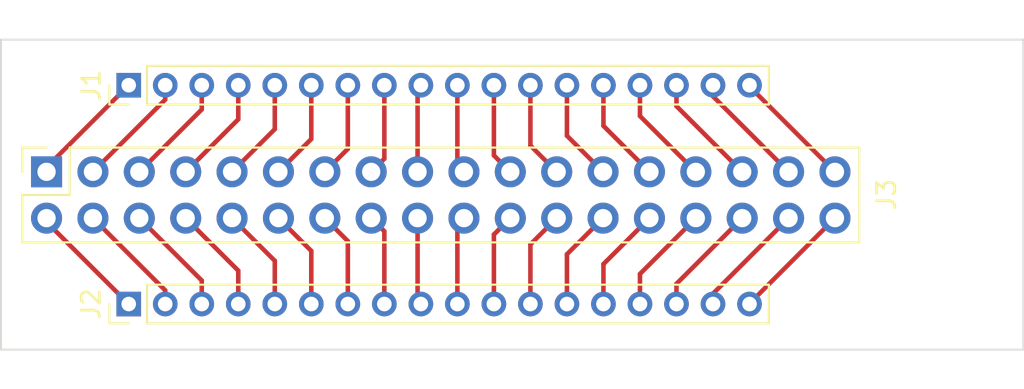
<source format=kicad_pcb>
(kicad_pcb (version 20211014) (generator pcbnew)
  (layers (0 "F.Cu" signal) (31 "B.Cu" signal) (34 "B.Paste" user) (35 "F.Paste" user) (36 "B.SilkS" user "B.Silkscreen") (37 "F.SilkS" user "F.Silkscreen") (38 "B.Mask" user) (39 "F.Mask" user) (44 "Edge.Cuts" user))
  (net 0 "")
  (net 1 "Net-(J1-Pad1)")
  (net 2 "Net-(J1-Pad2)")
  (net 3 "Net-(J1-Pad3)")
  (net 4 "Net-(J1-Pad4)")
  (net 5 "Net-(J1-Pad5)")
  (net 6 "Net-(J1-Pad6)")
  (net 7 "Net-(J1-Pad7)")
  (net 8 "Net-(J1-Pad8)")
  (net 9 "Net-(J1-Pad9)")
  (net 10 "Net-(J1-Pad10)")
  (net 11 "Net-(J1-Pad11)")
  (net 12 "Net-(J1-Pad12)")
  (net 13 "Net-(J1-Pad13)")
  (net 14 "Net-(J1-Pad14)")
  (net 15 "Net-(J1-Pad15)")
  (net 16 "Net-(J1-Pad16)")
  (net 17 "Net-(J1-Pad17)")
  (net 18 "Net-(J1-Pad18)")
  (net 19 "Net-(J2-Pad1)")
  (net 20 "Net-(J2-Pad2)")
  (net 21 "Net-(J2-Pad3)")
  (net 22 "Net-(J2-Pad4)")
  (net 23 "Net-(J2-Pad5)")
  (net 24 "Net-(J2-Pad6)")
  (net 25 "Net-(J2-Pad7)")
  (net 26 "Net-(J2-Pad8)")
  (net 27 "Net-(J2-Pad9)")
  (net 28 "Net-(J2-Pad10)")
  (net 29 "Net-(J2-Pad11)")
  (net 30 "Net-(J2-Pad12)")
  (net 31 "Net-(J2-Pad13)")
  (net 32 "Net-(J2-Pad14)")
  (net 33 "Net-(J2-Pad15)")
  (net 34 "Net-(J2-Pad16)")
  (net 35 "Net-(J2-Pad17)")
  (net 36 "Net-(J2-Pad18)")
  (footprint "Connector_PinHeader_2.00mm:PinHeader_1x18_P2.00mm_Vertical" (layer "F.Cu") (at 107 74.5 90)
    (fp_text reference "J2" (at 0 -2.06 90) (layer "F.SilkS"))
    (fp_text value "Conn_01x18")
    (fp_line (start -1.06 35.06) (end 1.06 35.06) (layer "F.SilkS") (width 0.12))
    (fp_line (start -1.06 1) (end -1.06 35.06) (layer "F.SilkS") (width 0.12))
    (fp_line (start -1.06 1) (end 1.06 1) (layer "F.SilkS") (width 0.12))
    (fp_line (start -1.06 0) (end -1.06 -1.06) (layer "F.SilkS") (width 0.12))
    (fp_line (start -1.06 -1.06) (end 0 -1.06) (layer "F.SilkS") (width 0.12))
    (fp_line (start 1.06 1) (end 1.06 35.06) (layer "F.SilkS") (width 0.12))
    (pad "1" thru_hole rect (at 0 0 90) (size 1.35 1.35) (drill 0.8) (layers *.Cu *.Mask) (net 19 "Net-(J2-Pad1)"))
    (pad "2" thru_hole oval (at 0 2 90) (size 1.35 1.35) (drill 0.8) (layers *.Cu *.Mask) (net 20 "Net-(J2-Pad2)"))
    (pad "3" thru_hole oval (at 0 4 90) (size 1.35 1.35) (drill 0.8) (layers *.Cu *.Mask) (net 21 "Net-(J2-Pad3)"))
    (pad "4" thru_hole oval (at 0 6 90) (size 1.35 1.35) (drill 0.8) (layers *.Cu *.Mask) (net 22 "Net-(J2-Pad4)"))
    (pad "5" thru_hole oval (at 0 8 90) (size 1.35 1.35) (drill 0.8) (layers *.Cu *.Mask) (net 23 "Net-(J2-Pad5)"))
    (pad "6" thru_hole oval (at 0 10 90) (size 1.35 1.35) (drill 0.8) (layers *.Cu *.Mask) (net 24 "Net-(J2-Pad6)"))
    (pad "7" thru_hole oval (at 0 12 90) (size 1.35 1.35) (drill 0.8) (layers *.Cu *.Mask) (net 25 "Net-(J2-Pad7)"))
    (pad "8" thru_hole oval (at 0 14 90) (size 1.35 1.35) (drill 0.8) (layers *.Cu *.Mask) (net 26 "Net-(J2-Pad8)"))
    (pad "9" thru_hole oval (at 0 16 90) (size 1.35 1.35) (drill 0.8) (layers *.Cu *.Mask) (net 27 "Net-(J2-Pad9)"))
    (pad "10" thru_hole oval (at 0 18 90) (size 1.35 1.35) (drill 0.8) (layers *.Cu *.Mask) (net 28 "Net-(J2-Pad10)"))
    (pad "11" thru_hole oval (at 0 20 90) (size 1.35 1.35) (drill 0.8) (layers *.Cu *.Mask) (net 29 "Net-(J2-Pad11)"))
    (pad "12" thru_hole oval (at 0 22 90) (size 1.35 1.35) (drill 0.8) (layers *.Cu *.Mask) (net 30 "Net-(J2-Pad12)"))
    (pad "13" thru_hole oval (at 0 24 90) (size 1.35 1.35) (drill 0.8) (layers *.Cu *.Mask) (net 31 "Net-(J2-Pad13)"))
    (pad "14" thru_hole oval (at 0 26 90) (size 1.35 1.35) (drill 0.8) (layers *.Cu *.Mask) (net 32 "Net-(J2-Pad14)"))
    (pad "15" thru_hole oval (at 0 28 90) (size 1.35 1.35) (drill 0.8) (layers *.Cu *.Mask) (net 33 "Net-(J2-Pad15)"))
    (pad "16" thru_hole oval (at 0 30 90) (size 1.35 1.35) (drill 0.8) (layers *.Cu *.Mask) (net 34 "Net-(J2-Pad16)"))
    (pad "17" thru_hole oval (at 0 32 90) (size 1.35 1.35) (drill 0.8) (layers *.Cu *.Mask) (net 35 "Net-(J2-Pad17)"))
    (pad "18" thru_hole oval (at 0 34 90) (size 1.35 1.35) (drill 0.8) (layers *.Cu *.Mask) (net 36 "Net-(J2-Pad18)"))
  )
  (footprint "Connector_PinSocket_2.54mm:PinSocket_2x18_P2.54mm_Vertical" (layer "F.Cu") (at 102.5 67.25 90)
    (fp_text reference "J3" (at -1.25 46 90) (layer "F.SilkS"))
    (fp_text value "Conn_02x18_Odd_Even")
    (fp_line (start -3.87 -1.33) (end -1.27 -1.33) (layer "F.SilkS") (width 0.12))
    (fp_line (start -1.27 1.27) (end 1.33 1.27) (layer "F.SilkS") (width 0.12))
    (fp_line (start 1.33 -1.33) (end 1.33 0) (layer "F.SilkS") (width 0.12))
    (fp_line (start -3.87 44.51) (end 1.33 44.51) (layer "F.SilkS") (width 0.12))
    (fp_line (start 0 -1.33) (end 1.33 -1.33) (layer "F.SilkS") (width 0.12))
    (fp_line (start 1.33 1.27) (end 1.33 44.51) (layer "F.SilkS") (width 0.12))
    (fp_line (start -1.27 -1.33) (end -1.27 1.27) (layer "F.SilkS") (width 0.12))
    (fp_line (start -3.87 -1.33) (end -3.87 44.51) (layer "F.SilkS") (width 0.12))
    (pad "1" thru_hole rect (at 0 0 90) (size 1.7 1.7) (drill 1) (layers *.Cu *.Mask) (net 1 "Net-(J1-Pad1)"))
    (pad "2" thru_hole oval (at -2.54 0 90) (size 1.7 1.7) (drill 1) (layers *.Cu *.Mask) (net 19 "Net-(J2-Pad1)"))
    (pad "3" thru_hole oval (at 0 2.54 90) (size 1.7 1.7) (drill 1) (layers *.Cu *.Mask) (net 2 "Net-(J1-Pad2)"))
    (pad "4" thru_hole oval (at -2.54 2.54 90) (size 1.7 1.7) (drill 1) (layers *.Cu *.Mask) (net 20 "Net-(J2-Pad2)"))
    (pad "5" thru_hole oval (at 0 5.08 90) (size 1.7 1.7) (drill 1) (layers *.Cu *.Mask) (net 3 "Net-(J1-Pad3)"))
    (pad "6" thru_hole oval (at -2.54 5.08 90) (size 1.7 1.7) (drill 1) (layers *.Cu *.Mask) (net 21 "Net-(J2-Pad3)"))
    (pad "7" thru_hole oval (at 0 7.62 90) (size 1.7 1.7) (drill 1) (layers *.Cu *.Mask) (net 4 "Net-(J1-Pad4)"))
    (pad "8" thru_hole oval (at -2.54 7.62 90) (size 1.7 1.7) (drill 1) (layers *.Cu *.Mask) (net 22 "Net-(J2-Pad4)"))
    (pad "9" thru_hole oval (at 0 10.16 90) (size 1.7 1.7) (drill 1) (layers *.Cu *.Mask) (net 5 "Net-(J1-Pad5)"))
    (pad "10" thru_hole oval (at -2.54 10.16 90) (size 1.7 1.7) (drill 1) (layers *.Cu *.Mask) (net 23 "Net-(J2-Pad5)"))
    (pad "11" thru_hole oval (at 0 12.7 90) (size 1.7 1.7) (drill 1) (layers *.Cu *.Mask) (net 6 "Net-(J1-Pad6)"))
    (pad "12" thru_hole oval (at -2.54 12.7 90) (size 1.7 1.7) (drill 1) (layers *.Cu *.Mask) (net 24 "Net-(J2-Pad6)"))
    (pad "13" thru_hole oval (at 0 15.24 90) (size 1.7 1.7) (drill 1) (layers *.Cu *.Mask) (net 7 "Net-(J1-Pad7)"))
    (pad "14" thru_hole oval (at -2.54 15.24 90) (size 1.7 1.7) (drill 1) (layers *.Cu *.Mask) (net 25 "Net-(J2-Pad7)"))
    (pad "15" thru_hole oval (at 0 17.78 90) (size 1.7 1.7) (drill 1) (layers *.Cu *.Mask) (net 8 "Net-(J1-Pad8)"))
    (pad "16" thru_hole oval (at -2.54 17.78 90) (size 1.7 1.7) (drill 1) (layers *.Cu *.Mask) (net 26 "Net-(J2-Pad8)"))
    (pad "17" thru_hole oval (at 0 20.32 90) (size 1.7 1.7) (drill 1) (layers *.Cu *.Mask) (net 9 "Net-(J1-Pad9)"))
    (pad "18" thru_hole oval (at -2.54 20.32 90) (size 1.7 1.7) (drill 1) (layers *.Cu *.Mask) (net 27 "Net-(J2-Pad9)"))
    (pad "19" thru_hole oval (at 0 22.86 90) (size 1.7 1.7) (drill 1) (layers *.Cu *.Mask) (net 10 "Net-(J1-Pad10)"))
    (pad "20" thru_hole oval (at -2.54 22.86 90) (size 1.7 1.7) (drill 1) (layers *.Cu *.Mask) (net 28 "Net-(J2-Pad10)"))
    (pad "21" thru_hole oval (at 0 25.4 90) (size 1.7 1.7) (drill 1) (layers *.Cu *.Mask) (net 11 "Net-(J1-Pad11)"))
    (pad "22" thru_hole oval (at -2.54 25.4 90) (size 1.7 1.7) (drill 1) (layers *.Cu *.Mask) (net 29 "Net-(J2-Pad11)"))
    (pad "23" thru_hole oval (at 0 27.94 90) (size 1.7 1.7) (drill 1) (layers *.Cu *.Mask) (net 12 "Net-(J1-Pad12)"))
    (pad "24" thru_hole oval (at -2.54 27.94 90) (size 1.7 1.7) (drill 1) (layers *.Cu *.Mask) (net 30 "Net-(J2-Pad12)"))
    (pad "25" thru_hole oval (at 0 30.48 90) (size 1.7 1.7) (drill 1) (layers *.Cu *.Mask) (net 13 "Net-(J1-Pad13)"))
    (pad "26" thru_hole oval (at -2.54 30.48 90) (size 1.7 1.7) (drill 1) (layers *.Cu *.Mask) (net 31 "Net-(J2-Pad13)"))
    (pad "27" thru_hole oval (at 0 33.02 90) (size 1.7 1.7) (drill 1) (layers *.Cu *.Mask) (net 14 "Net-(J1-Pad14)"))
    (pad "28" thru_hole oval (at -2.54 33.02 90) (size 1.7 1.7) (drill 1) (layers *.Cu *.Mask) (net 32 "Net-(J2-Pad14)"))
    (pad "29" thru_hole oval (at 0 35.56 90) (size 1.7 1.7) (drill 1) (layers *.Cu *.Mask) (net 15 "Net-(J1-Pad15)"))
    (pad "30" thru_hole oval (at -2.54 35.56 90) (size 1.7 1.7) (drill 1) (layers *.Cu *.Mask) (net 33 "Net-(J2-Pad15)"))
    (pad "31" thru_hole oval (at 0 38.1 90) (size 1.7 1.7) (drill 1) (layers *.Cu *.Mask) (net 16 "Net-(J1-Pad16)"))
    (pad "32" thru_hole oval (at -2.54 38.1 90) (size 1.7 1.7) (drill 1) (layers *.Cu *.Mask) (net 34 "Net-(J2-Pad16)"))
    (pad "33" thru_hole oval (at 0 40.64 90) (size 1.7 1.7) (drill 1) (layers *.Cu *.Mask) (net 17 "Net-(J1-Pad17)"))
    (pad "34" thru_hole oval (at -2.54 40.64 90) (size 1.7 1.7) (drill 1) (layers *.Cu *.Mask) (net 35 "Net-(J2-Pad17)"))
    (pad "35" thru_hole oval (at 0 43.18 90) (size 1.7 1.7) (drill 1) (layers *.Cu *.Mask) (net 18 "Net-(J1-Pad18)"))
    (pad "36" thru_hole oval (at -2.54 43.18 90) (size 1.7 1.7) (drill 1) (layers *.Cu *.Mask) (net 36 "Net-(J2-Pad18)"))
  )
  (footprint "Connector_PinHeader_2.00mm:PinHeader_1x18_P2.00mm_Vertical" (layer "F.Cu") (at 107 62.5 90)
    (fp_text reference "J1" (at 0 -2.06 90) (layer "F.SilkS"))
    (fp_text value "Conn_01x18")
    (fp_line (start -1.06 0) (end -1.06 -1.06) (layer "F.SilkS") (width 0.12))
    (fp_line (start -1.06 1) (end -1.06 35.06) (layer "F.SilkS") (width 0.12))
    (fp_line (start -1.06 -1.06) (end 0 -1.06) (layer "F.SilkS") (width 0.12))
    (fp_line (start -1.06 1) (end 1.06 1) (layer "F.SilkS") (width 0.12))
    (fp_line (start 1.06 1) (end 1.06 35.06) (layer "F.SilkS") (width 0.12))
    (fp_line (start -1.06 35.06) (end 1.06 35.06) (layer "F.SilkS") (width 0.12))
    (pad "1" thru_hole rect (at 0 0 90) (size 1.35 1.35) (drill 0.8) (layers *.Cu *.Mask) (net 1 "Net-(J1-Pad1)"))
    (pad "2" thru_hole oval (at 0 2 90) (size 1.35 1.35) (drill 0.8) (layers *.Cu *.Mask) (net 2 "Net-(J1-Pad2)"))
    (pad "3" thru_hole oval (at 0 4 90) (size 1.35 1.35) (drill 0.8) (layers *.Cu *.Mask) (net 3 "Net-(J1-Pad3)"))
    (pad "4" thru_hole oval (at 0 6 90) (size 1.35 1.35) (drill 0.8) (layers *.Cu *.Mask) (net 4 "Net-(J1-Pad4)"))
    (pad "5" thru_hole oval (at 0 8 90) (size 1.35 1.35) (drill 0.8) (layers *.Cu *.Mask) (net 5 "Net-(J1-Pad5)"))
    (pad "6" thru_hole oval (at 0 10 90) (size 1.35 1.35) (drill 0.8) (layers *.Cu *.Mask) (net 6 "Net-(J1-Pad6)"))
    (pad "7" thru_hole oval (at 0 12 90) (size 1.35 1.35) (drill 0.8) (layers *.Cu *.Mask) (net 7 "Net-(J1-Pad7)"))
    (pad "8" thru_hole oval (at 0 14 90) (size 1.35 1.35) (drill 0.8) (layers *.Cu *.Mask) (net 8 "Net-(J1-Pad8)"))
    (pad "9" thru_hole oval (at 0 16 90) (size 1.35 1.35) (drill 0.8) (layers *.Cu *.Mask) (net 9 "Net-(J1-Pad9)"))
    (pad "10" thru_hole oval (at 0 18 90) (size 1.35 1.35) (drill 0.8) (layers *.Cu *.Mask) (net 10 "Net-(J1-Pad10)"))
    (pad "11" thru_hole oval (at 0 20 90) (size 1.35 1.35) (drill 0.8) (layers *.Cu *.Mask) (net 11 "Net-(J1-Pad11)"))
    (pad "12" thru_hole oval (at 0 22 90) (size 1.35 1.35) (drill 0.8) (layers *.Cu *.Mask) (net 12 "Net-(J1-Pad12)"))
    (pad "13" thru_hole oval (at 0 24 90) (size 1.35 1.35) (drill 0.8) (layers *.Cu *.Mask) (net 13 "Net-(J1-Pad13)"))
    (pad "14" thru_hole oval (at 0 26 90) (size 1.35 1.35) (drill 0.8) (layers *.Cu *.Mask) (net 14 "Net-(J1-Pad14)"))
    (pad "15" thru_hole oval (at 0 28 90) (size 1.35 1.35) (drill 0.8) (layers *.Cu *.Mask) (net 15 "Net-(J1-Pad15)"))
    (pad "16" thru_hole oval (at 0 30 90) (size 1.35 1.35) (drill 0.8) (layers *.Cu *.Mask) (net 16 "Net-(J1-Pad16)"))
    (pad "17" thru_hole oval (at 0 32 90) (size 1.35 1.35) (drill 0.8) (layers *.Cu *.Mask) (net 17 "Net-(J1-Pad17)"))
    (pad "18" thru_hole oval (at 0 34 90) (size 1.35 1.35) (drill 0.8) (layers *.Cu *.Mask) (net 18 "Net-(J1-Pad18)"))
  )
  (gr_line (start 100 77) (end 156 77) (layer "Edge.Cuts") (width 0.1))
  (gr_line (start 100 60) (end 100 77) (layer "Edge.Cuts") (width 0.1))
  (gr_line (start 156 60) (end 156 77) (layer "Edge.Cuts") (width 0.1))
  (gr_line (start 100 60) (end 156 60) (layer "Edge.Cuts") (width 0.1))
  (segment (start 102.5 67.25) (end 102.5 67) (width 0.25) (layer "F.Cu") (net 1))
  (segment (start 102.5 67) (end 107 62.5) (width 0.25) (layer "F.Cu") (net 1))
  (segment (start 109 63.29) (end 109 62.5) (width 0.25) (layer "F.Cu") (net 2))
  (segment (start 105.04 67.25) (end 109 63.29) (width 0.25) (layer "F.Cu") (net 2))
  (segment (start 111 63.83) (end 111 62.5) (width 0.25) (layer "F.Cu") (net 3))
  (segment (start 107.58 67.25) (end 111 63.83) (width 0.25) (layer "F.Cu") (net 3))
  (segment (start 110.12 67.25) (end 113 64.37) (width 0.25) (layer "F.Cu") (net 4))
  (segment (start 113 64.37) (end 113 62.5) (width 0.25) (layer "F.Cu") (net 4))
  (segment (start 112.66 67.25) (end 115 64.91) (width 0.25) (layer "F.Cu") (net 5))
  (segment (start 115 64.91) (end 115 62.5) (width 0.25) (layer "F.Cu") (net 5))
  (segment (start 115.2 67.25) (end 117 65.45) (width 0.25) (layer "F.Cu") (net 6))
  (segment (start 117 65.45) (end 117 62.5) (width 0.25) (layer "F.Cu") (net 6))
  (segment (start 117.74 67.25) (end 119 65.99) (width 0.25) (layer "F.Cu") (net 7))
  (segment (start 119 65.99) (end 119 62.5) (width 0.25) (layer "F.Cu") (net 7))
  (segment (start 120.28 67.25) (end 121 66.53) (width 0.25) (layer "F.Cu") (net 8))
  (segment (start 121 66.53) (end 121 62.5) (width 0.25) (layer "F.Cu") (net 8))
  (segment (start 122.82 67.25) (end 122.82 62.68) (width 0.25) (layer "F.Cu") (net 9))
  (segment (start 122.82 62.68) (end 123 62.5) (width 0.25) (layer "F.Cu") (net 9))
  (segment (start 125.36 67.25) (end 125 66.89) (width 0.25) (layer "F.Cu") (net 10))
  (segment (start 125 66.89) (end 125 62.5) (width 0.25) (layer "F.Cu") (net 10))
  (segment (start 127 66.35) (end 127 62.5) (width 0.25) (layer "F.Cu") (net 11))
  (segment (start 127.9 67.25) (end 127 66.35) (width 0.25) (layer "F.Cu") (net 11))
  (segment (start 129 65.81) (end 129 62.5) (width 0.25) (layer "F.Cu") (net 12))
  (segment (start 130.44 67.25) (end 129 65.81) (width 0.25) (layer "F.Cu") (net 12))
  (segment (start 131 65.27) (end 131 62.5) (width 0.25) (layer "F.Cu") (net 13))
  (segment (start 132.98 67.25) (end 131 65.27) (width 0.25) (layer "F.Cu") (net 13))
  (segment (start 133 64.73) (end 133 62.5) (width 0.25) (layer "F.Cu") (net 14))
  (segment (start 135.52 67.25) (end 133 64.73) (width 0.25) (layer "F.Cu") (net 14))
  (segment (start 138.06 67.25) (end 135 64.19) (width 0.25) (layer "F.Cu") (net 15))
  (segment (start 135 64.19) (end 135 62.5) (width 0.25) (layer "F.Cu") (net 15))
  (segment (start 140.6 67.25) (end 137 63.65) (width 0.25) (layer "F.Cu") (net 16))
  (segment (start 137 63.65) (end 137 62.5) (width 0.25) (layer "F.Cu") (net 16))
  (segment (start 143.14 67.25) (end 139 63.11) (width 0.25) (layer "F.Cu") (net 17))
  (segment (start 139 63.11) (end 139 62.5) (width 0.25) (layer "F.Cu") (net 17))
  (segment (start 141 62.57) (end 141 62.5) (width 0.25) (layer "F.Cu") (net 18))
  (segment (start 145.68 67.25) (end 141 62.57) (width 0.25) (layer "F.Cu") (net 18))
  (segment (start 102.5 69.79) (end 102.5 70) (width 0.25) (layer "F.Cu") (net 19))
  (segment (start 102.5 70) (end 107 74.5) (width 0.25) (layer "F.Cu") (net 19))
  (segment (start 107 74.5) (end 107 74.04) (width 0.25) (layer "F.Cu") (net 19))
  (segment (start 109 73.75) (end 109 74.5) (width 0.25) (layer "F.Cu") (net 20))
  (segment (start 105.04 69.79) (end 109 73.75) (width 0.25) (layer "F.Cu") (net 20))
  (segment (start 111 73.21) (end 111 74.5) (width 0.25) (layer "F.Cu") (net 21))
  (segment (start 107.58 69.79) (end 111 73.21) (width 0.25) (layer "F.Cu") (net 21))
  (segment (start 110.12 69.79) (end 113 72.67) (width 0.25) (layer "F.Cu") (net 22))
  (segment (start 113 72.67) (end 113 74.5) (width 0.25) (layer "F.Cu") (net 22))
  (segment (start 115 72.13) (end 115 74.5) (width 0.25) (layer "F.Cu") (net 23))
  (segment (start 112.66 69.79) (end 115 72.13) (width 0.25) (layer "F.Cu") (net 23))
  (segment (start 115.2 69.79) (end 117 71.59) (width 0.25) (layer "F.Cu") (net 24))
  (segment (start 117 71.59) (end 117 74.5) (width 0.25) (layer "F.Cu") (net 24))
  (segment (start 119 71.05) (end 119 74.5) (width 0.25) (layer "F.Cu") (net 25))
  (segment (start 117.74 69.79) (end 119 71.05) (width 0.25) (layer "F.Cu") (net 25))
  (segment (start 121 70.51) (end 121 74.5) (width 0.25) (layer "F.Cu") (net 26))
  (segment (start 120.28 69.79) (end 121 70.51) (width 0.25) (layer "F.Cu") (net 26))
  (segment (start 122.82 74.32) (end 123 74.5) (width 0.25) (layer "F.Cu") (net 27))
  (segment (start 122.82 69.79) (end 122.82 74.32) (width 0.25) (layer "F.Cu") (net 27))
  (segment (start 125 70.15) (end 125 74.5) (width 0.25) (layer "F.Cu") (net 28))
  (segment (start 125.36 69.79) (end 125 70.15) (width 0.25) (layer "F.Cu") (net 28))
  (segment (start 127 70.69) (end 127 74.5) (width 0.25) (layer "F.Cu") (net 29))
  (segment (start 127.9 69.79) (end 127 70.69) (width 0.25) (layer "F.Cu") (net 29))
  (segment (start 129 71.23) (end 129 74.5) (width 0.25) (layer "F.Cu") (net 30))
  (segment (start 130.44 69.79) (end 129 71.23) (width 0.25) (layer "F.Cu") (net 30))
  (segment (start 132.98 69.79) (end 131 71.77) (width 0.25) (layer "F.Cu") (net 31))
  (segment (start 131 71.77) (end 131 74.5) (width 0.25) (layer "F.Cu") (net 31))
  (segment (start 135.52 69.79) (end 133 72.31) (width 0.25) (layer "F.Cu") (net 32))
  (segment (start 133 72.31) (end 133 74.5) (width 0.25) (layer "F.Cu") (net 32))
  (segment (start 135 72.85) (end 135 74.5) (width 0.25) (layer "F.Cu") (net 33))
  (segment (start 138.06 69.79) (end 135 72.85) (width 0.25) (layer "F.Cu") (net 33))
  (segment (start 140.6 69.79) (end 137 73.39) (width 0.25) (layer "F.Cu") (net 34))
  (segment (start 137 73.39) (end 137 74.5) (width 0.25) (layer "F.Cu") (net 34))
  (segment (start 139 73.93) (end 139 74.5) (width 0.25) (layer "F.Cu") (net 35))
  (segment (start 143.14 69.79) (end 139 73.93) (width 0.25) (layer "F.Cu") (net 35))
  (segment (start 141 74.47) (end 141 74.5) (width 0.25) (layer "F.Cu") (net 36))
  (segment (start 145.68 69.79) (end 141 74.47) (width 0.25) (layer "F.Cu") (net 36))
)
</source>
